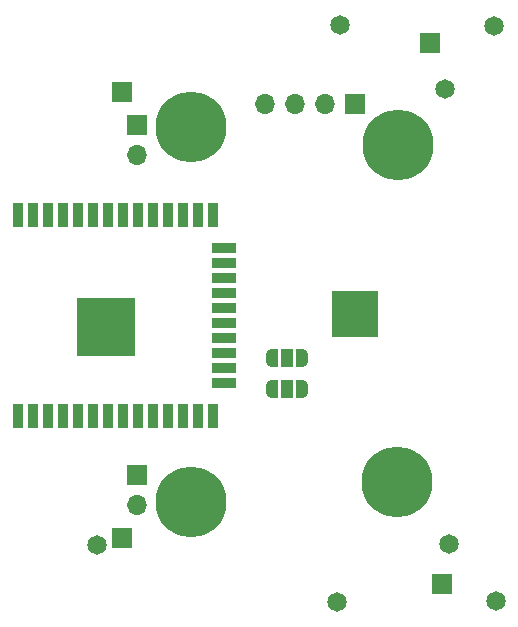
<source format=gbr>
%TF.GenerationSoftware,KiCad,Pcbnew,(6.0.0)*%
%TF.CreationDate,2022-03-11T17:00:34+01:00*%
%TF.ProjectId,CompactMotor,436f6d70-6163-4744-9d6f-746f722e6b69,rev?*%
%TF.SameCoordinates,Original*%
%TF.FileFunction,Soldermask,Top*%
%TF.FilePolarity,Negative*%
%FSLAX46Y46*%
G04 Gerber Fmt 4.6, Leading zero omitted, Abs format (unit mm)*
G04 Created by KiCad (PCBNEW (6.0.0)) date 2022-03-11 17:00:34*
%MOMM*%
%LPD*%
G01*
G04 APERTURE LIST*
G04 Aperture macros list*
%AMFreePoly0*
4,1,22,0.550000,-0.750000,0.000000,-0.750000,0.000000,-0.745033,-0.079941,-0.743568,-0.215256,-0.701293,-0.333266,-0.622738,-0.424486,-0.514219,-0.481581,-0.384460,-0.499164,-0.250000,-0.500000,-0.250000,-0.500000,0.250000,-0.499164,0.250000,-0.499963,0.256109,-0.478152,0.396186,-0.417904,0.524511,-0.324060,0.630769,-0.204165,0.706417,-0.067858,0.745374,0.000000,0.744959,0.000000,0.750000,
0.550000,0.750000,0.550000,-0.750000,0.550000,-0.750000,$1*%
%AMFreePoly1*
4,1,20,0.000000,0.744959,0.073905,0.744508,0.209726,0.703889,0.328688,0.626782,0.421226,0.519385,0.479903,0.390333,0.500000,0.250000,0.500000,-0.250000,0.499851,-0.262216,0.476331,-0.402017,0.414519,-0.529596,0.319384,-0.634700,0.198574,-0.708877,0.061801,-0.746166,0.000000,-0.745033,0.000000,-0.750000,-0.550000,-0.750000,-0.550000,0.750000,0.000000,0.750000,0.000000,0.744959,
0.000000,0.744959,$1*%
G04 Aperture macros list end*
%ADD10C,1.650000*%
%ADD11C,6.000000*%
%ADD12FreePoly0,180.000000*%
%ADD13R,1.000000X1.500000*%
%ADD14FreePoly1,180.000000*%
%ADD15R,4.000000X4.000000*%
%ADD16R,0.900000X2.000000*%
%ADD17R,2.000000X0.900000*%
%ADD18R,5.000000X5.000000*%
%ADD19R,1.700000X1.700000*%
%ADD20O,1.700000X1.700000*%
G04 APERTURE END LIST*
D10*
%TO.C,*%
X34798000Y-44831000D03*
%TD*%
D11*
%TO.C, *%
X26543000Y-6223000D03*
%TD*%
%TO.C, *%
X26416000Y-34798000D03*
%TD*%
D12*
%TO.C,JP2*%
X18445000Y-26924000D03*
D13*
X17145000Y-26924000D03*
D14*
X15845000Y-26924000D03*
%TD*%
D11*
%TO.C, *%
X9017000Y-4699000D03*
%TD*%
D10*
%TO.C,*%
X21336000Y-44958000D03*
%TD*%
%TO.C,*%
X1016000Y-40132000D03*
%TD*%
%TO.C,*%
X34671000Y3810000D03*
%TD*%
D15*
%TO.C,TP1*%
X22860000Y-20574000D03*
%TD*%
D11*
%TO.C, *%
X9017000Y-36449000D03*
%TD*%
D10*
%TO.C,*%
X21590000Y3937000D03*
%TD*%
%TO.C,REF\u002A\u002A*%
X30480000Y-1524000D03*
%TD*%
D16*
%TO.C,U1*%
X-5672000Y-29150000D03*
X-4402000Y-29150000D03*
X-3132000Y-29150000D03*
X-1862000Y-29150000D03*
X-592000Y-29150000D03*
X678000Y-29150000D03*
X1948000Y-29150000D03*
X3218000Y-29150000D03*
X4488000Y-29150000D03*
X5758000Y-29150000D03*
X7028000Y-29150000D03*
X8298000Y-29150000D03*
X9568000Y-29150000D03*
X10838000Y-29150000D03*
D17*
X11838000Y-26365000D03*
X11838000Y-25095000D03*
X11838000Y-23825000D03*
X11838000Y-22555000D03*
X11838000Y-21285000D03*
X11838000Y-20015000D03*
X11838000Y-18745000D03*
X11838000Y-17475000D03*
X11838000Y-16205000D03*
X11838000Y-14935000D03*
D16*
X10838000Y-12150000D03*
X9568000Y-12150000D03*
X8298000Y-12150000D03*
X7028000Y-12150000D03*
X5758000Y-12150000D03*
X4488000Y-12150000D03*
X3218000Y-12150000D03*
X1948000Y-12150000D03*
X678000Y-12150000D03*
X-592000Y-12150000D03*
X-1862000Y-12150000D03*
X-3132000Y-12150000D03*
X-4402000Y-12150000D03*
X-5672000Y-12150000D03*
D18*
X1828000Y-21650000D03*
%TD*%
D12*
%TO.C,JP1*%
X18445000Y-24257000D03*
D13*
X17145000Y-24257000D03*
D14*
X15845000Y-24257000D03*
%TD*%
D10*
%TO.C,*%
X30861000Y-40005000D03*
%TD*%
D19*
%TO.C,J8*%
X3175000Y-39497000D03*
%TD*%
%TO.C,J2*%
X4445000Y-4567000D03*
D20*
X4445000Y-7107000D03*
%TD*%
D19*
%TO.C,J7*%
X3175000Y-1778000D03*
%TD*%
%TO.C,J6*%
X30226000Y-43434000D03*
%TD*%
%TO.C,J1*%
X22860000Y-2794000D03*
D20*
X20320000Y-2794000D03*
X17780000Y-2794000D03*
X15240000Y-2794000D03*
%TD*%
D19*
%TO.C,J5*%
X29210000Y2413000D03*
%TD*%
%TO.C,J3*%
X4445000Y-34163000D03*
D20*
X4445000Y-36703000D03*
%TD*%
M02*

</source>
